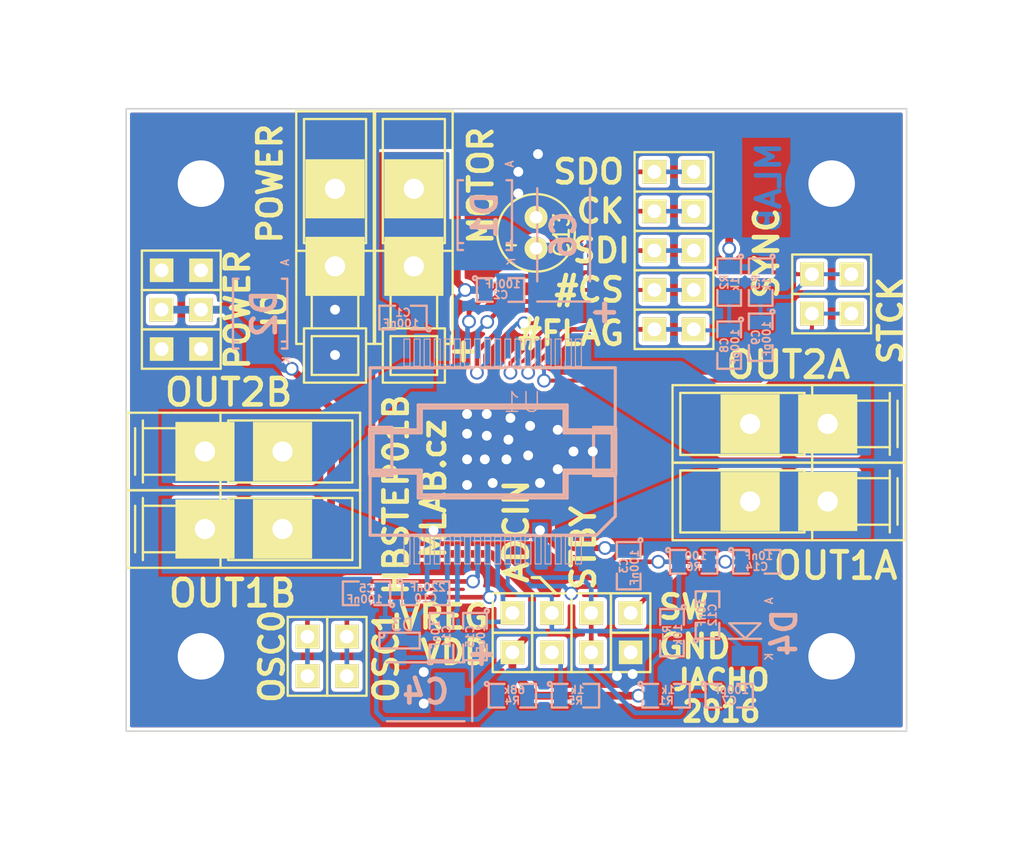
<source format=kicad_pcb>
(kicad_pcb (version 4) (host pcbnew 0.201601041403+6416~40~ubuntu15.10.1-stable)
  (layers (0 F.Cu signal) (31 B.Cu signal) (34 B.Paste user) (35 F.Paste user) (36 B.SilkS user) (37 F.SilkS user) (38 B.Mask user) (39 F.Mask user) (44 Edge.Cuts user))
  (net 0 "")
  (net 1 VSS)
  (net 2 GND)
  (net 3 VDD)
  (net 4 "Net-(C10-Pad2)")
  (net 5 "Net-(J25-Pad1)")
  (net 6 /STBY)
  (net 7 /FLAG)
  (net 8 /SYNC)
  (net 9 "Net-(C11-Pad2)")
  (net 10 /STCK)
  (net 11 /ADCIN)
  (net 12 /CS)
  (net 13 /CK)
  (net 14 /SDO)
  (net 15 /SDI)
  (net 16 /OSCI)
  (net 17 /OSCO)
  (net 18 "Net-(C11-Pad1)")
  (net 19 /1A)
  (net 20 /2A)
  (net 21 /1B)
  (net 22 /2B)
  (net 23 "Net-(C14-Pad1)")
  (net 24 "Net-(C15-Pad1)")
  (net 25 "Net-(R6-Pad1)")
  (module Mlab_Con:WAGO256 (layer F.Cu) (at 13.716 -32.766 270)
    (fp_text reference J5 hide)
    (fp_text value CONN1_1 hide)
    (pad 1 thru_hole rect (at -2.46 0) (size 3.81 3.81) (drill 1.3) (layers *.Cu *.Mask F.SilkS) (net 2 GND))
    (pad 1 thru_hole rect (at 2.54 0) (size 3.81 3.81) (drill 1.3) (layers *.Cu *.Mask F.SilkS) (net 2 GND))
  )
  (module Mlab_Con:WAGO256 (layer F.Cu) (at 18.796 -32.766 270)
    (fp_text reference J4 hide)
    (fp_text value CONN1_1 hide)
    (pad 1 thru_hole rect (at -2.46 0) (size 3.81 3.81) (drill 1.3) (layers *.Cu *.Mask F.SilkS) (net 1 VSS))
    (pad 1 thru_hole rect (at 2.54 0) (size 3.81 3.81) (drill 1.3) (layers *.Cu *.Mask F.SilkS) (net 1 VSS))
  )
  (module Mlab_R:SMD-0805 (layer B.Cu) (at 29.21 -2.54)
    (fp_text reference R5 (at 0 0.3175) (layer B.SilkS) (effects (font (size 0.50038 0.50038) (thickness 0.10922)) (justify mirror)))
    (fp_text value 1k (at 0.127 -0.381) (layer B.SilkS) (effects (font (size 0.50038 0.50038) (thickness 0.10922)) (justify mirror)))
    (pad 1 smd rect (at -0.9525 0) (size 0.889 1.397) (layers B.Cu B.Paste B.Mask) (net 5 "Net-(J25-Pad1)"))
    (pad 2 smd rect (at 0.9525 0) (size 0.889 1.397) (layers B.Cu B.Paste B.Mask) (net 2 GND))
  )
  (module Mlab_R:SMD-0805 (layer B.Cu) (at 25.146 -2.54)
    (fp_text reference R4 (at 0 0.3175) (layer B.SilkS) (effects (font (size 0.50038 0.50038) (thickness 0.10922)) (justify mirror)))
    (fp_text value 68k (at 0.127 -0.381) (layer B.SilkS) (effects (font (size 0.50038 0.50038) (thickness 0.10922)) (justify mirror)))
    (pad 1 smd rect (at -0.9525 0) (size 0.889 1.397) (layers B.Cu B.Paste B.Mask) (net 1 VSS))
    (pad 2 smd rect (at 0.9525 0) (size 0.889 1.397) (layers B.Cu B.Paste B.Mask) (net 5 "Net-(J25-Pad1)"))
  )
  (module Mlab_R:SMD-0805 (layer B.Cu) (at 41.148 -29.21 270)
    (fp_text reference R3 (at 0 0.3175 270) (layer B.SilkS) (effects (font (size 0.50038 0.50038) (thickness 0.10922)) (justify mirror)))
    (fp_text value 1k (at 0.127 -0.381 270) (layer B.SilkS) (effects (font (size 0.50038 0.50038) (thickness 0.10922)) (justify mirror)))
    (pad 1 smd rect (at -0.9525 0 270) (size 0.889 1.397) (layers B.Cu B.Paste B.Mask) (net 3 VDD))
    (pad 2 smd rect (at 0.9525 0 270) (size 0.889 1.397) (layers B.Cu B.Paste B.Mask) (net 8 /SYNC))
  )
  (module Mlab_R:SMD-0805 (layer B.Cu) (at 39.116 -29.21 270)
    (fp_text reference R2 (at 0 0.3175 270) (layer B.SilkS) (effects (font (size 0.50038 0.50038) (thickness 0.10922)) (justify mirror)))
    (fp_text value 1k (at 0.127 -0.381 270) (layer B.SilkS) (effects (font (size 0.50038 0.50038) (thickness 0.10922)) (justify mirror)))
    (pad 1 smd rect (at -0.9525 0 270) (size 0.889 1.397) (layers B.Cu B.Paste B.Mask) (net 3 VDD))
    (pad 2 smd rect (at 0.9525 0 270) (size 0.889 1.397) (layers B.Cu B.Paste B.Mask) (net 7 /FLAG))
  )
  (module Mlab_R:SMD-0805 (layer B.Cu) (at 35.052 -2.54)
    (fp_text reference R1 (at 0 0.3175) (layer B.SilkS) (effects (font (size 0.50038 0.50038) (thickness 0.10922)) (justify mirror)))
    (fp_text value 1k (at 0.127 -0.381) (layer B.SilkS) (effects (font (size 0.50038 0.50038) (thickness 0.10922)) (justify mirror)))
    (pad 1 smd rect (at -0.9525 0) (size 0.889 1.397) (layers B.Cu B.Paste B.Mask) (net 3 VDD))
    (pad 2 smd rect (at 0.9525 0) (size 0.889 1.397) (layers B.Cu B.Paste B.Mask) (net 6 /STBY))
  )
  (module Mlab_Mechanical:MountingHole_3mm (layer F.Cu) (at 45.72 -35.56)
    (fp_text reference P4 hide)
    (fp_text value sroub hide)
    (pad 1 thru_hole circle (at 0 0) (size 6 6) (drill 3) (layers *.Cu *.Adhes *.Mask) (net 2 GND) (clearance 1))
  )
  (module Mlab_Mechanical:MountingHole_3mm (layer F.Cu) (at 45.72 -5.08)
    (fp_text reference P3 hide)
    (fp_text value sroub hide)
    (pad 1 thru_hole circle (at 0 0) (size 6 6) (drill 3) (layers *.Cu *.Adhes *.Mask) (net 2 GND) (clearance 1))
  )
  (module Mlab_Mechanical:MountingHole_3mm (layer F.Cu) (at 5.08 -35.56)
    (fp_text reference P2 hide)
    (fp_text value sroub hide)
    (pad 1 thru_hole circle (at 0 0) (size 6 6) (drill 3) (layers *.Cu *.Adhes *.Mask) (net 2 GND) (clearance 1))
  )
  (module Mlab_Mechanical:MountingHole_3mm (layer F.Cu) (at 5.08 -5.08)
    (fp_text reference P1 hide)
    (fp_text value sroub hide)
    (pad 1 thru_hole circle (at 0 0) (size 6 6) (drill 3) (layers *.Cu *.Adhes *.Mask) (net 2 GND) (clearance 1))
  )
  (module Mlab_Pin_Headers:Straight_1x01 (layer F.Cu) (at 27.686 -5.334)
    (fp_text reference J25 hide)
    (fp_text value CONN1_1 hide)
    (pad 1 thru_hole rect (at 0 0) (size 1.524 1.524) (drill 0.889) (layers *.Cu *.Mask F.SilkS) (net 5 "Net-(J25-Pad1)"))
  )
  (module Mlab_Pin_Headers:Straight_1x01 (layer F.Cu) (at 27.686 -7.874)
    (fp_text reference J24 hide)
    (fp_text value CONN1_1 hide)
    (pad 1 thru_hole rect (at 0 0) (size 1.524 1.524) (drill 0.889) (layers *.Cu *.Mask F.SilkS) (net 11 /ADCIN))
  )
  (module Mlab_Pin_Headers:Straight_1x01 (layer F.Cu) (at 25.146 -7.874)
    (fp_text reference J19 hide)
    (fp_text value CONN1_1 hide)
    (pad 1 thru_hole rect (at 0 0) (size 1.524 1.524) (drill 0.889) (layers *.Cu *.Mask F.SilkS) (net 24 "Net-(C15-Pad1)"))
  )
  (module Mlab_Pin_Headers:Straight_1x01 (layer F.Cu) (at 25.146 -5.334)
    (fp_text reference J18 hide)
    (fp_text value CONN1_1 hide)
    (pad 1 thru_hole rect (at 0 0) (size 1.524 1.524) (drill 0.889) (layers *.Cu *.Mask F.SilkS) (net 3 VDD))
  )
  (module Mlab_Pin_Headers:Straight_2x01 (layer F.Cu) (at 11.938 -5.08 90)
    (fp_text reference J15 hide)
    (fp_text value JUMP_2x1 hide)
    (pad 1 thru_hole rect (at -1.27 0 90) (size 1.524 1.524) (drill 0.889) (layers *.Cu *.Mask F.SilkS) (net 17 /OSCO))
    (pad 2 thru_hole rect (at 1.27 0 90) (size 1.524 1.524) (drill 0.889) (layers *.Cu *.Mask F.SilkS) (net 17 /OSCO))
  )
  (module Mlab_Pin_Headers:Straight_2x01 (layer F.Cu) (at 14.478 -5.08 90)
    (fp_text reference J14 hide)
    (fp_text value JUMP_2x1 hide)
    (pad 1 thru_hole rect (at -1.27 0 90) (size 1.524 1.524) (drill 0.889) (layers *.Cu *.Mask F.SilkS) (net 16 /OSCI))
    (pad 2 thru_hole rect (at 1.27 0 90) (size 1.524 1.524) (drill 0.889) (layers *.Cu *.Mask F.SilkS) (net 16 /OSCI))
  )
  (module Mlab_Pin_Headers:Straight_2x01 (layer F.Cu) (at 35.56 -31.242)
    (fp_text reference J13 hide)
    (fp_text value JUMP_2x1 hide)
    (pad 1 thru_hole rect (at -1.27 0) (size 1.524 1.524) (drill 0.889) (layers *.Cu *.Mask F.SilkS) (net 15 /SDI))
    (pad 2 thru_hole rect (at 1.27 0) (size 1.524 1.524) (drill 0.889) (layers *.Cu *.Mask F.SilkS) (net 15 /SDI))
  )
  (module Mlab_Pin_Headers:Straight_2x01 (layer F.Cu) (at 35.56 -33.782)
    (fp_text reference J11 hide)
    (fp_text value JUMP_2x1 hide)
    (pad 1 thru_hole rect (at -1.27 0) (size 1.524 1.524) (drill 0.889) (layers *.Cu *.Mask F.SilkS) (net 13 /CK))
    (pad 2 thru_hole rect (at 1.27 0) (size 1.524 1.524) (drill 0.889) (layers *.Cu *.Mask F.SilkS) (net 13 /CK))
  )
  (module Mlab_Pin_Headers:Straight_2x01 (layer F.Cu) (at 35.56 -28.702)
    (fp_text reference J10 hide)
    (fp_text value JUMP_2x1 hide)
    (pad 1 thru_hole rect (at -1.27 0) (size 1.524 1.524) (drill 0.889) (layers *.Cu *.Mask F.SilkS) (net 12 /CS))
    (pad 2 thru_hole rect (at 1.27 0) (size 1.524 1.524) (drill 0.889) (layers *.Cu *.Mask F.SilkS) (net 12 /CS))
  )
  (module Mlab_Pin_Headers:Straight_2x01 (layer F.Cu) (at 30.226 -6.604 90)
    (fp_text reference J9 hide)
    (fp_text value JUMP_2x1 hide)
    (pad 1 thru_hole rect (at -1.27 0 90) (size 1.524 1.524) (drill 0.889) (layers *.Cu *.Mask F.SilkS) (net 6 /STBY))
    (pad 2 thru_hole rect (at 1.27 0 90) (size 1.524 1.524) (drill 0.889) (layers *.Cu *.Mask F.SilkS) (net 6 /STBY))
  )
  (module Mlab_Pin_Headers:Straight_2x01 (layer F.Cu) (at 45.72 -27.178)
    (fp_text reference J8 hide)
    (fp_text value JUMP_2x1 hide)
    (pad 1 thru_hole rect (at -1.27 0) (size 1.524 1.524) (drill 0.889) (layers *.Cu *.Mask F.SilkS) (net 10 /STCK))
    (pad 2 thru_hole rect (at 1.27 0) (size 1.524 1.524) (drill 0.889) (layers *.Cu *.Mask F.SilkS) (net 10 /STCK))
  )
  (module Mlab_Pin_Headers:Straight_2x01 (layer F.Cu) (at 45.72 -29.718)
    (fp_text reference J7 hide)
    (fp_text value JUMP_2x1 hide)
    (pad 1 thru_hole rect (at -1.27 0) (size 1.524 1.524) (drill 0.889) (layers *.Cu *.Mask F.SilkS) (net 8 /SYNC))
    (pad 2 thru_hole rect (at 1.27 0) (size 1.524 1.524) (drill 0.889) (layers *.Cu *.Mask F.SilkS) (net 8 /SYNC))
  )
  (module Mlab_Pin_Headers:Straight_2x01 (layer F.Cu) (at 35.56 -26.162)
    (fp_text reference J6 hide)
    (fp_text value JUMP_2x1 hide)
    (pad 1 thru_hole rect (at -1.27 0) (size 1.524 1.524) (drill 0.889) (layers *.Cu *.Mask F.SilkS) (net 7 /FLAG))
    (pad 2 thru_hole rect (at 1.27 0) (size 1.524 1.524) (drill 0.889) (layers *.Cu *.Mask F.SilkS) (net 7 /FLAG))
  )
  (module Mlab_Pin_Headers:Straight_2x01 (layer F.Cu) (at 3.81 -29.972)
    (fp_text reference J3 hide)
    (fp_text value JUMP_2x1 hide)
    (pad 1 thru_hole rect (at -1.27 0) (size 1.524 1.524) (drill 0.889) (layers *.Cu *.Mask F.SilkS) (net 2 GND))
    (pad 2 thru_hole rect (at 1.27 0) (size 1.524 1.524) (drill 0.889) (layers *.Cu *.Mask F.SilkS) (net 2 GND))
  )
  (module Mlab_Pin_Headers:Straight_2x01 (layer F.Cu) (at 3.81 -27.432)
    (fp_text reference J2 hide)
    (fp_text value JUMP_2x1 hide)
    (pad 1 thru_hole rect (at -1.27 0) (size 1.524 1.524) (drill 0.889) (layers *.Cu *.Mask F.SilkS) (net 3 VDD))
    (pad 2 thru_hole rect (at 1.27 0) (size 1.524 1.524) (drill 0.889) (layers *.Cu *.Mask F.SilkS) (net 3 VDD))
  )
  (module Mlab_Pin_Headers:Straight_2x01 (layer F.Cu) (at 3.81 -24.892)
    (fp_text reference J1 hide)
    (fp_text value JUMP_2x1 hide)
    (pad 1 thru_hole rect (at -1.27 0) (size 1.524 1.524) (drill 0.889) (layers *.Cu *.Mask F.SilkS) (net 2 GND))
    (pad 2 thru_hole rect (at 1.27 0) (size 1.524 1.524) (drill 0.889) (layers *.Cu *.Mask F.SilkS) (net 2 GND))
  )
  (module Mlab_D:MiniMELF_Standard (layer B.Cu) (at 40.132 -6.858 270)
    (fp_text reference D4 (at 0.254 -2.54 270) (layer B.SilkS) (effects (font (thickness 0.3048)) (justify mirror)))
    (fp_text value BZV55C-3,6V hide)
    (fp_text user A (at -1.80086 -1.5494 270) (layer B.SilkS) (effects (font (size 0.50038 0.50038) (thickness 0.09906)) (justify mirror)))
    (fp_text user K (at 1.80086 -1.5494 270) (layer B.SilkS) (effects (font (size 0.50038 0.50038) (thickness 0.09906)) (justify mirror)))
    (pad 1 smd rect (at -1.75006 0 270) (size 1.30048 1.69926) (layers B.Cu B.Paste B.Mask) (net 2 GND))
    (pad 2 smd rect (at 1.75006 0 270) (size 1.30048 1.69926) (layers B.Cu B.Paste B.Mask) (net 11 /ADCIN))
  )
  (module Mlab_D:SMA_Standard (layer B.Cu) (at 8.89 -27.178 270)
    (fp_text reference D2 (at 0 -0.254 270) (layer B.SilkS) (effects (font (thickness 0.3048)) (justify mirror)))
    (fp_text value M4 hide)
    (fp_text user A (at -3.29946 -1.6002 270) (layer B.SilkS) (effects (font (size 0.50038 0.50038) (thickness 0.09906)) (justify mirror)))
    (fp_text user K (at 2.99974 -1.69926 270) (layer B.SilkS) (effects (font (size 0.50038 0.50038) (thickness 0.09906)) (justify mirror)))
    (pad 1 smd rect (at -1.99898 0 270) (size 2.49936 1.80086) (layers B.Cu B.Paste B.Mask) (net 2 GND))
    (pad 2 smd rect (at 1.99898 0 270) (size 2.49936 1.80086) (layers B.Cu B.Paste B.Mask) (net 3 VDD))
  )
  (module Mlab_D:SMA_Standard (layer B.Cu) (at 23.368 -33.528 270)
    (fp_text reference D1 (at 0 0 270) (layer B.SilkS) (effects (font (thickness 0.3048)) (justify mirror)))
    (fp_text value M4 hide)
    (fp_text user A (at -3.29946 -1.6002 270) (layer B.SilkS) (effects (font (size 0.50038 0.50038) (thickness 0.09906)) (justify mirror)))
    (fp_text user K (at 2.99974 -1.69926 270) (layer B.SilkS) (effects (font (size 0.50038 0.50038) (thickness 0.09906)) (justify mirror)))
    (pad 1 smd rect (at -1.99898 0 270) (size 2.49936 1.80086) (layers B.Cu B.Paste B.Mask) (net 2 GND))
    (pad 2 smd rect (at 1.99898 0 270) (size 2.49936 1.80086) (layers B.Cu B.Paste B.Mask) (net 1 VSS))
  )
  (module Mlab_R:SMD-0805 (layer B.Cu) (at 37.719 -7.747 90)
    (fp_text reference C12 (at 0 0.3175 90) (layer B.SilkS) (effects (font (size 0.50038 0.50038) (thickness 0.10922)) (justify mirror)))
    (fp_text value 10nF (at 0.127 -0.381 90) (layer B.SilkS) (effects (font (size 0.50038 0.50038) (thickness 0.10922)) (justify mirror)))
    (pad 1 smd rect (at -0.9525 0 90) (size 0.889 1.397) (layers B.Cu B.Paste B.Mask) (net 11 /ADCIN))
    (pad 2 smd rect (at 0.9525 0 90) (size 0.889 1.397) (layers B.Cu B.Paste B.Mask) (net 2 GND))
  )
  (module Mlab_R:SMD-0805 (layer B.Cu) (at 20.574 -6.35 90)
    (fp_text reference C11 (at 0 0.3175 90) (layer B.SilkS) (effects (font (size 0.50038 0.50038) (thickness 0.10922)) (justify mirror)))
    (fp_text value 10nF (at 0.127 -0.381 90) (layer B.SilkS) (effects (font (size 0.50038 0.50038) (thickness 0.10922)) (justify mirror)))
    (pad 1 smd rect (at -0.9525 0 90) (size 0.889 1.397) (layers B.Cu B.Paste B.Mask) (net 18 "Net-(C11-Pad1)"))
    (pad 2 smd rect (at 0.9525 0 90) (size 0.889 1.397) (layers B.Cu B.Paste B.Mask) (net 9 "Net-(C11-Pad2)"))
  )
  (module Mlab_R:SMD-0805 (layer B.Cu) (at 19.558 -9.144)
    (fp_text reference C10 (at 0 0.3175) (layer B.SilkS) (effects (font (size 0.50038 0.50038) (thickness 0.10922)) (justify mirror)))
    (fp_text value 220nF (at 0.127 -0.381) (layer B.SilkS) (effects (font (size 0.50038 0.50038) (thickness 0.10922)) (justify mirror)))
    (pad 1 smd rect (at -0.9525 0) (size 0.889 1.397) (layers B.Cu B.Paste B.Mask) (net 1 VSS))
    (pad 2 smd rect (at 0.9525 0) (size 0.889 1.397) (layers B.Cu B.Paste B.Mask) (net 4 "Net-(C10-Pad2)"))
  )
  (module Mlab_R:SMD-0805 (layer B.Cu) (at 41.148 -25.654 270)
    (fp_text reference C9 (at 0 0.3175 270) (layer B.SilkS) (effects (font (size 0.50038 0.50038) (thickness 0.10922)) (justify mirror)))
    (fp_text value 100pF (at 0.127 -0.381 270) (layer B.SilkS) (effects (font (size 0.50038 0.50038) (thickness 0.10922)) (justify mirror)))
    (pad 1 smd rect (at -0.9525 0 270) (size 0.889 1.397) (layers B.Cu B.Paste B.Mask) (net 8 /SYNC))
    (pad 2 smd rect (at 0.9525 0 270) (size 0.889 1.397) (layers B.Cu B.Paste B.Mask) (net 2 GND))
  )
  (module Mlab_R:SMD-0805 (layer B.Cu) (at 39.116 -25.146 270)
    (fp_text reference C8 (at 0 0.3175 270) (layer B.SilkS) (effects (font (size 0.50038 0.50038) (thickness 0.10922)) (justify mirror)))
    (fp_text value 100pF (at 0.127 -0.381 270) (layer B.SilkS) (effects (font (size 0.50038 0.50038) (thickness 0.10922)) (justify mirror)))
    (pad 1 smd rect (at -0.9525 0 270) (size 0.889 1.397) (layers B.Cu B.Paste B.Mask) (net 7 /FLAG))
    (pad 2 smd rect (at 0.9525 0 270) (size 0.889 1.397) (layers B.Cu B.Paste B.Mask) (net 2 GND))
  )
  (module Mlab_R:SMD-0805 (layer B.Cu) (at 39.116 -2.54)
    (fp_text reference C7 (at 0 0.3175) (layer B.SilkS) (effects (font (size 0.50038 0.50038) (thickness 0.10922)) (justify mirror)))
    (fp_text value 100pF (at 0.127 -0.381) (layer B.SilkS) (effects (font (size 0.50038 0.50038) (thickness 0.10922)) (justify mirror)))
    (pad 1 smd rect (at -0.9525 0) (size 0.889 1.397) (layers B.Cu B.Paste B.Mask) (net 6 /STBY))
    (pad 2 smd rect (at 0.9525 0) (size 0.889 1.397) (layers B.Cu B.Paste B.Mask) (net 2 GND))
  )
  (module Mlab_C:TantalC_SizeC_Reflow (layer B.Cu) (at 28.448 -32.258 90)
    (fp_text reference C6 (at 0 0 90) (layer B.SilkS) (effects (font (thickness 0.3048)) (justify mirror)))
    (fp_text value 22-47uF/20V hide)
    (fp_text user + (at -4.99872 2.55016 90) (layer B.SilkS) (effects (font (thickness 0.3048)) (justify mirror)))
    (pad 2 smd rect (at 2.52476 0 90) (size 2.55016 2.49936) (layers B.Cu B.Paste B.Mask) (net 2 GND))
    (pad 1 smd rect (at -2.52476 0 90) (size 2.55016 2.49936) (layers B.Cu B.Paste B.Mask) (net 1 VSS))
  )
  (module Mlab_R:SMD-0805 (layer B.Cu) (at 15.748 -9.144 180)
    (fp_text reference C5 (at 0 0.3175 180) (layer B.SilkS) (effects (font (size 0.50038 0.50038) (thickness 0.10922)) (justify mirror)))
    (fp_text value 100nF (at 0.127 -0.381 180) (layer B.SilkS) (effects (font (size 0.50038 0.50038) (thickness 0.10922)) (justify mirror)))
    (pad 1 smd rect (at -0.9525 0 180) (size 0.889 1.397) (layers B.Cu B.Paste B.Mask) (net 1 VSS))
    (pad 2 smd rect (at 0.9525 0 180) (size 0.889 1.397) (layers B.Cu B.Paste B.Mask) (net 2 GND))
  )
  (module Mlab_C:TantalC_SizeB_Reflow (layer B.Cu) (at 19.558 -2.794 180)
    (fp_text reference C4 (at 0 0 180) (layer B.SilkS) (effects (font (thickness 0.3048)) (justify mirror)))
    (fp_text value 10uF hide)
    (fp_text user + (at -3.59918 2.49936 180) (layer B.SilkS) (effects (font (thickness 0.3048)) (justify mirror)))
    (pad 2 smd rect (at 1.5494 0 180) (size 1.95072 2.49936) (layers B.Cu B.Paste B.Mask) (net 2 GND))
    (pad 1 smd rect (at -1.5494 0 180) (size 1.95072 2.49936) (layers B.Cu B.Paste B.Mask) (net 3 VDD))
  )
  (module Mlab_R:SMD-0805 (layer B.Cu) (at 32.639 -10.922 270)
    (fp_text reference C3 (at 0 0.3175 270) (layer B.SilkS) (effects (font (size 0.50038 0.50038) (thickness 0.10922)) (justify mirror)))
    (fp_text value 100nF (at 0.127 -0.381 270) (layer B.SilkS) (effects (font (size 0.50038 0.50038) (thickness 0.10922)) (justify mirror)))
    (pad 1 smd rect (at -0.9525 0 270) (size 0.889 1.397) (layers B.Cu B.Paste B.Mask) (net 1 VSS))
    (pad 2 smd rect (at 0.9525 0 270) (size 0.889 1.397) (layers B.Cu B.Paste B.Mask) (net 2 GND))
  )
  (module Mlab_R:SMD-0805 (layer B.Cu) (at 24.384 -28.702)
    (fp_text reference C2 (at 0 0.3175) (layer B.SilkS) (effects (font (size 0.50038 0.50038) (thickness 0.10922)) (justify mirror)))
    (fp_text value 100nF (at 0.127 -0.381) (layer B.SilkS) (effects (font (size 0.50038 0.50038) (thickness 0.10922)) (justify mirror)))
    (pad 1 smd rect (at -0.9525 0) (size 0.889 1.397) (layers B.Cu B.Paste B.Mask) (net 3 VDD))
    (pad 2 smd rect (at 0.9525 0) (size 0.889 1.397) (layers B.Cu B.Paste B.Mask) (net 2 GND))
  )
  (module Mlab_R:SMD-0805 (layer B.Cu) (at 18.0975 -26.924 180)
    (fp_text reference C1 (at 0 0.3175 180) (layer B.SilkS) (effects (font (size 0.50038 0.50038) (thickness 0.10922)) (justify mirror)))
    (fp_text value 100nF (at 0.127 -0.381 180) (layer B.SilkS) (effects (font (size 0.50038 0.50038) (thickness 0.10922)) (justify mirror)))
    (pad 1 smd rect (at -0.9525 0 180) (size 0.889 1.397) (layers B.Cu B.Paste B.Mask) (net 1 VSS))
    (pad 2 smd rect (at 0.9525 0 180) (size 0.889 1.397) (layers B.Cu B.Paste B.Mask) (net 2 GND))
  )
  (module Mlab_IO:POWERSO36 (layer B.Cu) (at 23.876 -18.288 180)
    (fp_text reference U1 (at -1.905 3.175 180) (layer B.SilkS) (effects (font (size 1.27 1.27) (thickness 0.0889)) (justify mirror)))
    (fp_text value L6470 hide)
    (pad 1 smd rect (at -5.5245 -6.69798 180) (size 0.39878 1.39954) (layers B.Cu B.Paste B.Mask) (net 2 GND))
    (pad 2 smd rect (at -4.87426 -6.69798 180) (size 0.39878 1.39954) (layers B.Cu B.Paste B.Mask) (net 19 /1A))
    (pad 3 smd rect (at -4.22402 -6.69798 180) (size 0.39878 1.39954) (layers B.Cu B.Paste B.Mask) (net 19 /1A))
    (pad 4 smd rect (at -3.57378 -6.69798 180) (size 0.39878 1.39954) (layers B.Cu B.Paste B.Mask) (net 1 VSS))
    (pad 5 smd rect (at -2.92354 -6.69798 180) (size 0.39878 1.39954) (layers B.Cu B.Paste B.Mask) (net 1 VSS))
    (pad 6 smd rect (at -2.2733 -6.69798 180) (size 0.39878 1.39954) (layers B.Cu B.Paste B.Mask) (net 6 /STBY))
    (pad 7 smd rect (at -1.62306 -6.69798 180) (size 0.39878 1.39954) (layers B.Cu B.Paste B.Mask) (net 25 "Net-(R6-Pad1)"))
    (pad 8 smd rect (at -0.97282 -6.69798 180) (size 0.39878 1.39954) (layers B.Cu B.Paste B.Mask) (net 11 /ADCIN))
    (pad 9 smd rect (at -0.32258 -6.69798 180) (size 0.39878 1.39954) (layers B.Cu B.Paste B.Mask) (net 24 "Net-(C15-Pad1)"))
    (pad 10 smd rect (at 0.32258 -6.69798 180) (size 0.39878 1.39954) (layers B.Cu B.Paste B.Mask) (net 16 /OSCI))
    (pad 11 smd rect (at 0.97282 -6.69798 180) (size 0.39878 1.39954) (layers B.Cu B.Paste B.Mask) (net 17 /OSCO))
    (pad 12 smd rect (at 1.62306 -6.69798 180) (size 0.39878 1.39954) (layers B.Cu B.Paste B.Mask) (net 2 GND))
    (pad 13 smd rect (at 2.2733 -6.69798 180) (size 0.39878 1.39954) (layers B.Cu B.Paste B.Mask) (net 9 "Net-(C11-Pad2)"))
    (pad 14 smd rect (at 2.92354 -6.69798 180) (size 0.39878 1.39954) (layers B.Cu B.Paste B.Mask) (net 4 "Net-(C10-Pad2)"))
    (pad 15 smd rect (at 3.57378 -6.69798 180) (size 0.39878 1.39954) (layers B.Cu B.Paste B.Mask) (net 1 VSS))
    (pad 16 smd rect (at 4.22402 -6.69798 180) (size 0.39878 1.39954) (layers B.Cu B.Paste B.Mask) (net 1 VSS))
    (pad 17 smd rect (at 4.87426 -6.69798 180) (size 0.39878 1.39954) (layers B.Cu B.Paste B.Mask) (net 21 /1B))
    (pad 18 smd rect (at 5.5245 -6.69798 180) (size 0.39878 1.39954) (layers B.Cu B.Paste B.Mask) (net 21 /1B))
    (pad 19 smd rect (at 5.5245 6.69798 180) (size 0.39878 1.39954) (layers B.Cu B.Paste B.Mask) (net 2 GND))
    (pad 20 smd rect (at 4.87426 6.69798 180) (size 0.39878 1.39954) (layers B.Cu B.Paste B.Mask) (net 22 /2B))
    (pad 21 smd rect (at 4.22402 6.69798 180) (size 0.39878 1.39954) (layers B.Cu B.Paste B.Mask) (net 22 /2B))
    (pad 22 smd rect (at 3.57378 6.69798 180) (size 0.39878 1.39954) (layers B.Cu B.Paste B.Mask) (net 1 VSS))
    (pad 23 smd rect (at 2.92354 6.69798 180) (size 0.39878 1.39954) (layers B.Cu B.Paste B.Mask) (net 1 VSS))
    (pad 24 smd rect (at 2.2733 6.69798 180) (size 0.39878 1.39954) (layers B.Cu B.Paste B.Mask) (net 3 VDD))
    (pad 25 smd rect (at 1.62306 6.69798 180) (size 0.39878 1.39954) (layers B.Cu B.Paste B.Mask) (net 14 /SDO))
    (pad 26 smd rect (at 0.97282 6.69798 180) (size 0.39878 1.39954) (layers B.Cu B.Paste B.Mask) (net 13 /CK))
    (pad 27 smd rect (at 0.32258 6.69798 180) (size 0.39878 1.39954) (layers B.Cu B.Paste B.Mask) (net 15 /SDI))
    (pad 28 smd rect (at -0.32258 6.69798 180) (size 0.39878 1.39954) (layers B.Cu B.Paste B.Mask) (net 2 GND))
    (pad 29 smd rect (at -0.97282 6.69798 180) (size 0.39878 1.39954) (layers B.Cu B.Paste B.Mask) (net 8 /SYNC))
    (pad 30 smd rect (at -1.62306 6.69798 180) (size 0.39878 1.39954) (layers B.Cu B.Paste B.Mask) (net 12 /CS))
    (pad 31 smd rect (at -2.2733 6.69798 180) (size 0.39878 1.39954) (layers B.Cu B.Paste B.Mask) (net 7 /FLAG))
    (pad 32 smd rect (at -2.92354 6.69798 180) (size 0.39878 1.39954) (layers B.Cu B.Paste B.Mask) (net 10 /STCK))
    (pad 33 smd rect (at -3.57378 6.69798 180) (size 0.39878 1.39954) (layers B.Cu B.Paste B.Mask) (net 1 VSS))
    (pad 34 smd rect (at -4.22402 6.69798 180) (size 0.39878 1.39954) (layers B.Cu B.Paste B.Mask) (net 1 VSS))
    (pad 35 smd rect (at -4.87426 6.69798 180) (size 0.39878 1.39954) (layers B.Cu B.Paste B.Mask) (net 20 /2A))
    (pad 36 smd rect (at -5.5245 6.69798 180) (size 0.39878 1.39954) (layers B.Cu B.Paste B.Mask) (net 20 /2A))
    (pad 51 smd rect (at 0 0 180) (size 9.79932 6.1976) (layers B.Cu B.Paste B.Mask) (net 2 GND))
    (pad 50 smd rect (at -6.44906 0 180) (size 3.0988 2.89814) (layers B.Cu B.Paste B.Mask) (net 2 GND))
    (pad 52 smd rect (at 6.44906 0 180) (size 3.0988 2.89814) (layers B.Cu B.Paste B.Mask) (net 2 GND))
  )
  (module Mlab_IO:SOT-23 (layer B.Cu) (at 17.907 -6.096)
    (fp_text reference D3 (at 0.127 -1.016) (layer B.SilkS) (effects (font (size 0.762 0.762) (thickness 0.11938)) (justify mirror)))
    (fp_text value BAS70-04 hide)
    (pad 3 smd rect (at 0 1.09982) (size 0.8001 1.00076) (layers B.Cu B.Paste B.Mask) (net 18 "Net-(C11-Pad1)"))
    (pad 2 smd rect (at 0.9525 -1.09982) (size 0.8001 1.00076) (layers B.Cu B.Paste B.Mask) (net 4 "Net-(C10-Pad2)"))
    (pad 1 smd rect (at -0.9525 -1.09982) (size 0.8001 1.00076) (layers B.Cu B.Paste B.Mask) (net 1 VSS))
  )
  (module Capacitors_Elko_ThroughHole:Elko_vert_11x5mm_RM2_CopperClear (layer F.Cu) (at 26.67 -31.369 90)
    (fp_text reference C13 (at 0.889 1.651 270) (layer F.SilkS))
    (fp_text value 100uF/50V hide)
    (pad 1 thru_hole circle (at 0.01524 0 90) (size 1.48082 1.48082) (drill 0.8001) (layers *.Cu *.Mask F.SilkS) (net 1 VSS))
    (pad 2 thru_hole circle (at 2.01676 0 90) (size 1.48082 1.48082) (drill 0.8001) (layers *.Cu *.Mask F.SilkS) (net 2 GND))
  )
  (module Mlab_Pin_Headers:Straight_2x01 (layer F.Cu) (at 35.56 -36.322)
    (fp_text reference J12 hide)
    (fp_text value JUMP_2x1 hide)
    (pad 1 thru_hole rect (at -1.27 0) (size 1.524 1.524) (drill 0.889) (layers *.Cu *.Mask F.SilkS) (net 14 /SDO))
    (pad 2 thru_hole rect (at 1.27 0) (size 1.524 1.524) (drill 0.889) (layers *.Cu *.Mask F.SilkS) (net 14 /SDO))
  )
  (module Mlab_Con:WAGO256_2 (layer F.Cu) (at 7.874 -18.288 180)
    (fp_text reference J23 hide)
    (fp_text value CONN1_1 hide)
    (pad 1 thru_hole rect (at -2.46 0 270) (size 3.81 3.81) (drill 1.3) (layers *.Cu *.Mask F.SilkS) (net 22 /2B))
    (pad 1 thru_hole rect (at 2.54 0 270) (size 3.81 3.81) (drill 1.3) (layers *.Cu *.Mask F.SilkS) (net 22 /2B))
  )
  (module Mlab_Con:WAGO256_2 (layer F.Cu) (at 7.874 -13.288 180)
    (fp_text reference J22 hide)
    (fp_text value CONN1_1 hide)
    (pad 1 thru_hole rect (at -2.46 0 270) (size 3.81 3.81) (drill 1.3) (layers *.Cu *.Mask F.SilkS) (net 21 /1B))
    (pad 1 thru_hole rect (at 2.54 0 270) (size 3.81 3.81) (drill 1.3) (layers *.Cu *.Mask F.SilkS) (net 21 /1B))
  )
  (module Mlab_Con:WAGO256_2 (layer F.Cu) (at 42.926 -20.066)
    (fp_text reference J21 hide)
    (fp_text value CONN1_1 hide)
    (pad 1 thru_hole rect (at -2.46 0 90) (size 3.81 3.81) (drill 1.3) (layers *.Cu *.Mask F.SilkS) (net 20 /2A))
    (pad 1 thru_hole rect (at 2.54 0 90) (size 3.81 3.81) (drill 1.3) (layers *.Cu *.Mask F.SilkS) (net 20 /2A))
  )
  (module Mlab_Con:WAGO256_2 (layer F.Cu) (at 42.926 -15.066)
    (fp_text reference J20 hide)
    (fp_text value CONN1_1 hide)
    (pad 1 thru_hole rect (at -2.46 0 90) (size 3.81 3.81) (drill 1.3) (layers *.Cu *.Mask F.SilkS) (net 19 /1A))
    (pad 1 thru_hole rect (at 2.54 0 90) (size 3.81 3.81) (drill 1.3) (layers *.Cu *.Mask F.SilkS) (net 19 /1A))
  )
  (module Mlab_R:SMD-0805 (layer B.Cu) (at 40.894 -11.176)
    (fp_text reference C14 (at 0 0.3175) (layer B.SilkS) (effects (font (size 0.50038 0.50038) (thickness 0.10922)) (justify mirror)))
    (fp_text value 10nF (at 0.127 -0.381) (layer B.SilkS) (effects (font (size 0.50038 0.50038) (thickness 0.10922)) (justify mirror)))
    (pad 1 smd rect (at -0.9525 0) (size 0.889 1.397) (layers B.Cu B.Paste B.Mask) (net 23 "Net-(C14-Pad1)"))
    (pad 2 smd rect (at 0.9525 0) (size 0.889 1.397) (layers B.Cu B.Paste B.Mask) (net 2 GND))
  )
  (module Mlab_Pin_Headers:Straight_1x01 (layer F.Cu) (at 32.766 -5.334)
    (fp_text reference J27 hide)
    (fp_text value CONN1_1 hide)
    (pad 1 thru_hole rect (at 0 0) (size 1.524 1.524) (drill 0.889) (layers *.Cu *.Mask F.SilkS) (net 2 GND))
  )
  (module Mlab_R:SMD-0805 (layer B.Cu) (at 36.83 -11.176)
    (fp_text reference R6 (at 0 0.3175) (layer B.SilkS) (effects (font (size 0.50038 0.50038) (thickness 0.10922)) (justify mirror)))
    (fp_text value 100 (at 0.127 -0.381) (layer B.SilkS) (effects (font (size 0.50038 0.50038) (thickness 0.10922)) (justify mirror)))
    (pad 1 smd rect (at -0.9525 0) (size 0.889 1.397) (layers B.Cu B.Paste B.Mask) (net 25 "Net-(R6-Pad1)"))
    (pad 2 smd rect (at 0.9525 0) (size 0.889 1.397) (layers B.Cu B.Paste B.Mask) (net 23 "Net-(C14-Pad1)"))
  )
  (module Mlab_Pin_Headers:Straight_1x01 (layer F.Cu) (at 32.766 -7.874)
    (fp_text reference J26 hide)
    (fp_text value CONN1_1 hide)
    (pad 1 thru_hole rect (at 0 0) (size 1.524 1.524) (drill 0.889) (layers *.Cu *.Mask F.SilkS) (net 23 "Net-(C14-Pad1)"))
  )
  (module Mlab_R:SMD-0805 (layer B.Cu) (at 35.433 -6.604 270)
    (fp_text reference R7 (at 0 0.3175 270) (layer B.SilkS) (effects (font (size 0.50038 0.50038) (thickness 0.10922)) (justify mirror)))
    (fp_text value 10k (at 0.127 -0.381 270) (layer B.SilkS) (effects (font (size 0.50038 0.50038) (thickness 0.10922)) (justify mirror)))
    (pad 1 smd rect (at -0.9525 0 270) (size 0.889 1.397) (layers B.Cu B.Paste B.Mask) (net 25 "Net-(R6-Pad1)"))
    (pad 2 smd rect (at 0.9525 0 270) (size 0.889 1.397) (layers B.Cu B.Paste B.Mask) (net 3 VDD))
  )
  (module Mlab_R:SMD-0805 (layer B.Cu) (at 22.733 -6.35 270)
    (fp_text reference C15 (at 0 0.3175 270) (layer B.SilkS) (effects (font (size 0.50038 0.50038) (thickness 0.10922)) (justify mirror)))
    (fp_text value 10uF (at 0.127 -0.381 270) (layer B.SilkS) (effects (font (size 0.50038 0.50038) (thickness 0.10922)) (justify mirror)))
    (pad 1 smd rect (at -0.9525 0 270) (size 0.889 1.397) (layers B.Cu B.Paste B.Mask) (net 24 "Net-(C15-Pad1)"))
    (pad 2 smd rect (at 0.9525 0 270) (size 0.889 1.397) (layers B.Cu B.Paste B.Mask) (net 2 GND))
  )
  (gr_line (start 26.924 -10.16) (end 26.416 -10.16) (angle 90) (layer F.SilkS) (width 0.2))
  (gr_line (start 27.94 -9.144) (end 26.924 -10.16) (angle 90) (layer F.SilkS) (width 0.2))
  (gr_text GND (at 34.417 -5.715) (layer F.SilkS) (effects (font (size 1.5 1.5) (thickness 0.3)) (justify left)))
  (gr_text SW (at 34.417 -8.255) (layer F.SilkS) (effects (font (size 1.5 1.5) (thickness 0.3)) (justify left)))
  (gr_text CK (at 32.512 -33.782) (layer F.SilkS) (effects (font (size 1.5 1.5) (thickness 0.3)) (justify right)))
  (gr_text OSC1 (at 17.018 -5.08 90) (layer F.SilkS) (effects (font (size 1.5 1.5) (thickness 0.3))))
  (gr_text OSC0 (at 9.652 -5.08 90) (layer F.SilkS) (effects (font (size 1.5 1.5) (thickness 0.3))))
  (gr_text MLAB (at 41.656 -35.306 90) (layer B.Cu) (effects (font (size 1.5 1.5) (thickness 0.3)) (justify mirror)))
  (gr_text JACHO (at 38.608 -3.556) (layer F.SilkS) (effects (font (size 1.3 1.3) (thickness 0.3))))
  (gr_text 2016 (at 38.608 -1.524) (layer F.SilkS) (effects (font (size 1.3 1.3) (thickness 0.3))))
  (gr_text HBSTEP01B (at 17.653 -15.494 90) (layer F.SilkS) (effects (font (size 1.5 1.5) (thickness 0.3))))
  (gr_text MLAB.cz (at 20.066 -15.875 90) (layer F.SilkS) (effects (font (size 1.5 1.5) (thickness 0.3))))
  (gr_text STBY (at 29.718 -12.065 90) (layer F.SilkS) (effects (font (size 1.5 1.5) (thickness 0.3))))
  (gr_text ADCIN (at 25.4 -9.652 90) (layer F.SilkS) (effects (font (size 1.5 1.5) (thickness 0.3)) (justify left)))
  (gr_text VREG (at 23.749 -7.62) (layer F.SilkS) (effects (font (size 1.5 1.5) (thickness 0.3)) (justify right)))
  (gr_text VDD (at 23.749 -5.334) (layer F.SilkS) (effects (font (size 1.5 1.5) (thickness 0.3)) (justify right)))
  (gr_text "#FLAG" (at 32.512 -25.908) (layer F.SilkS) (effects (font (size 1.5 1.5) (thickness 0.3)) (justify right)))
  (gr_text SYNC (at 41.529 -34.163 90) (layer F.SilkS) (effects (font (size 1.5 1.5) (thickness 0.3)) (justify right)))
  (gr_text SDI (at 32.893 -31.242) (layer F.SilkS) (effects (font (size 1.5 1.5) (thickness 0.3)) (justify right)))
  (gr_text SDO (at 32.512 -36.322) (layer F.SilkS) (effects (font (size 1.5 1.5) (thickness 0.3)) (justify right)))
  (gr_text STCK (at 49.53 -29.718 90) (layer F.SilkS) (effects (font (size 1.5 1.5) (thickness 0.3)) (justify right)))
  (gr_text "#CS" (at 32.512 -28.702) (layer F.SilkS) (effects (font (size 1.5 1.5) (thickness 0.3)) (justify right)))
  (gr_text MOTOR (at 23.114 -35.433 90) (layer F.SilkS) (effects (font (size 1.5 1.5) (thickness 0.3))))
  (gr_text POWER (at 9.525 -35.56 90) (layer F.SilkS) (effects (font (size 1.5 1.5) (thickness 0.3))))
  (gr_text "POWER\nIO\n" (at 8.636 -27.432 90) (layer F.SilkS) (effects (font (size 1.5 1.5) (thickness 0.3))))
  (gr_text + (at 21.9964 -24.8412) (layer F.SilkS) (effects (font (size 1.5 1.5) (thickness 0.3)) (justify mirror)))
  (gr_text OUT1B (at 7.112 -9.144) (layer F.SilkS) (effects (font (size 1.7 1.7) (thickness 0.3))))
  (gr_text OUT2B (at 6.858 -22.098) (layer F.SilkS) (effects (font (size 1.7 1.7) (thickness 0.3))))
  (gr_text OUT2A (at 42.926 -23.876) (layer F.SilkS) (effects (font (size 1.7 1.7) (thickness 0.3))))
  (gr_text OUT1A (at 45.974 -10.922) (layer F.SilkS) (effects (font (size 1.7 1.7) (thickness 0.3))))
  (gr_line (start 50.546 -40.386) (end 0.254 -40.386) (angle 90) (layer Edge.Cuts) (width 0.1))
  (gr_line (start 50.546 -0.254) (end 50.546 -40.386) (angle 90) (layer Edge.Cuts) (width 0.1))
  (gr_line (start 0.254 -0.254) (end 50.546 -0.254) (angle 90) (layer Edge.Cuts) (width 0.1))
  (gr_line (start 0.254 -0.254) (end 0.254 -40.386) (angle 90) (layer Edge.Cuts) (width 0.1))
  (segment (start 19.05 -26.924) (end 19.05 -29.972) (width 0.254) (layer B.Cu) (net 1))
  (segment (start 19.05 -29.972) (end 18.796 -30.226) (width 0.254) (layer B.Cu) (net 1))
  (segment (start 27.44978 -24.98598) (end 28.10002 -24.98598) (width 0.254) (layer B.Cu) (net 1))
  (segment (start 19.65198 -11.59002) (end 20.30222 -11.59002) (width 0.254) (layer B.Cu) (net 1))
  (segment (start 26.79954 -11.59002) (end 27.44978 -11.59002) (width 0.254) (layer B.Cu) (net 1))
  (segment (start 18.796 -30.226) (end 22.06498 -30.226) (width 0.3) (layer B.Cu) (net 1))
  (segment (start 22.06498 -30.226) (end 23.368 -31.52902) (width 0.3) (layer B.Cu) (net 1))
  (segment (start 20.30222 -24.98598) (end 20.95246 -24.98598) (width 0.254) (layer B.Cu) (net 1))
  (segment (start 20.30222 -11.59002) (end 20.30222 -12.97178) (width 0.254) (layer B.Cu) (net 1))
  (segment (start 20.30222 -12.97178) (end 20.066 -13.208) (width 0.254) (layer B.Cu) (net 1))
  (via (at 20.066 -13.208) (size 0.889) (drill 0.635) (layers F.Cu B.Cu) (net 1))
  (segment (start 16.7005 -9.144) (end 18.6055 -9.144) (width 0.3) (layer B.Cu) (net 1))
  (segment (start 19.35 -9.144) (end 18.6055 -9.144) (width 0.3) (layer B.Cu) (net 1))
  (segment (start 19.65198 -9.44598) (end 19.35 -9.144) (width 0.3) (layer B.Cu) (net 1))
  (segment (start 19.65198 -11.59002) (end 19.65198 -9.44598) (width 0.3) (layer B.Cu) (net 1))
  (segment (start 18.39976 -8.93826) (end 18.6055 -9.144) (width 0.3) (layer B.Cu) (net 1))
  (segment (start 26.924 -13.208) (end 28.067 -12.065) (width 0.4) (layer F.Cu) (net 1))
  (via (at 31.114996 -12.065) (size 0.889) (drill 0.635) (layers F.Cu B.Cu) (net 1))
  (segment (start 30.486379 -12.065) (end 31.114996 -12.065) (width 0.4) (layer F.Cu) (net 1))
  (via (at 26.924 -13.208) (size 0.889) (drill 0.635) (layers F.Cu B.Cu) (net 1))
  (segment (start 26.79954 -13.08354) (end 26.924 -13.208) (width 0.254) (layer B.Cu) (net 1))
  (segment (start 26.79954 -11.59002) (end 26.79954 -13.08354) (width 0.254) (layer B.Cu) (net 1))
  (segment (start 28.067 -12.065) (end 30.486379 -12.065) (width 0.4) (layer F.Cu) (net 1))
  (segment (start 32.512 -12.065) (end 32.893 -11.684) (width 0.5) (layer B.Cu) (net 1))
  (segment (start 31.114996 -12.065) (end 32.512 -12.065) (width 0.5) (layer B.Cu) (net 1))
  (segment (start 16.9545 -8.89) (end 16.7005 -9.144) (width 0.3) (layer B.Cu) (net 1))
  (segment (start 16.9545 -7.19582) (end 16.9545 -8.89) (width 0.3) (layer B.Cu) (net 1))
  (segment (start 16.9545 -6.39544) (end 16.383 -5.82394) (width 0.3) (layer B.Cu) (net 1))
  (segment (start 16.9545 -7.19582) (end 16.9545 -6.39544) (width 0.3) (layer B.Cu) (net 1))
  (segment (start 16.383 -1.467358) (end 16.834358 -1.016) (width 0.3) (layer B.Cu) (net 1))
  (segment (start 16.383 -5.82394) (end 16.383 -1.467358) (width 0.3) (layer B.Cu) (net 1))
  (segment (start 24.1935 -2.286) (end 24.1935 -2.54) (width 0.3) (layer B.Cu) (net 1))
  (segment (start 22.9235 -1.016) (end 24.1935 -2.286) (width 0.3) (layer B.Cu) (net 1))
  (segment (start 16.834358 -1.016) (end 22.9235 -1.016) (width 0.3) (layer B.Cu) (net 1))
  (segment (start 31.66491 -9.779) (end 31.9405 -9.779) (width 0.254) (layer B.Cu) (net 2))
  (segment (start 31.9405 -9.779) (end 32.893 -9.779) (width 0.254) (layer B.Cu) (net 2))
  (segment (start 29.85389 -11.59002) (end 31.66491 -9.779) (width 0.254) (layer B.Cu) (net 2))
  (segment (start 29.4005 -11.59002) (end 29.85389 -11.59002) (width 0.254) (layer B.Cu) (net 2))
  (segment (start 18.3515 -24.98598) (end 17.89811 -24.98598) (width 0.254) (layer B.Cu) (net 2))
  (segment (start 17.89811 -24.98598) (end 17.145 -25.73909) (width 0.254) (layer B.Cu) (net 2))
  (segment (start 17.145 -25.73909) (end 17.145 -25.9715) (width 0.254) (layer B.Cu) (net 2))
  (segment (start 17.145 -25.9715) (end 17.145 -26.924) (width 0.254) (layer B.Cu) (net 2))
  (segment (start 13.2715 -25.908) (end 13.2715 -26.162) (width 0.254) (layer B.Cu) (net 2))
  (segment (start 14.19352 -24.98598) (end 13.2715 -25.908) (width 0.254) (layer B.Cu) (net 2))
  (segment (start 18.3515 -24.98598) (end 14.19352 -24.98598) (width 0.254) (layer B.Cu) (net 2))
  (via (at 29.083 -18.288) (size 0.889) (layers F.Cu B.Cu) (net 2))
  (segment (start 29.083 -18.288) (end 30.32506 -18.288) (width 0.254) (layer B.Cu) (net 2))
  (via (at 30.32506 -18.288) (size 0.889) (drill 0.635) (layers F.Cu B.Cu) (net 2))
  (segment (start 30.32506 -18.288) (end 29.083 -18.288) (width 0.254) (layer F.Cu) (net 2))
  (segment (start 26.924 -18.288) (end 23.876 -18.288) (width 0.254) (layer B.Cu) (net 2))
  (segment (start 29.083 -18.161) (end 28.067 -17.145) (width 0.254) (layer F.Cu) (net 2))
  (via (at 28.067 -17.145) (size 0.889) (layers F.Cu B.Cu) (net 2))
  (segment (start 28.067 -17.145) (end 26.924 -18.288) (width 0.254) (layer B.Cu) (net 2))
  (segment (start 29.083 -18.288) (end 29.083 -18.161) (width 0.254) (layer F.Cu) (net 2))
  (segment (start 26.67 -18.288) (end 23.876 -18.288) (width 0.254) (layer B.Cu) (net 2))
  (via (at 28.067 -19.685) (size 0.889) (layers F.Cu B.Cu) (net 2))
  (segment (start 28.067 -19.685) (end 26.67 -18.288) (width 0.254) (layer B.Cu) (net 2))
  (segment (start 28.067 -17.145) (end 28.067 -19.685) (width 0.254) (layer F.Cu) (net 2))
  (segment (start 24.638 -18.288) (end 23.876 -18.288) (width 0.254) (layer B.Cu) (net 2))
  (segment (start 26.543 -19.685) (end 26.289 -19.939) (width 0.254) (layer F.Cu) (net 2))
  (via (at 26.289 -19.939) (size 0.889) (layers F.Cu B.Cu) (net 2))
  (segment (start 26.289 -19.939) (end 24.638 -18.288) (width 0.254) (layer B.Cu) (net 2))
  (segment (start 28.067 -19.685) (end 26.543 -19.685) (width 0.254) (layer F.Cu) (net 2))
  (segment (start 25.908 -18.288) (end 23.876 -18.288) (width 0.254) (layer B.Cu) (net 2))
  (segment (start 26.289 -18.161) (end 26.162 -18.034) (width 0.254) (layer F.Cu) (net 2))
  (via (at 26.162 -18.034) (size 0.889) (layers F.Cu B.Cu) (net 2))
  (segment (start 26.162 -18.034) (end 25.908 -18.288) (width 0.254) (layer B.Cu) (net 2))
  (segment (start 26.289 -19.939) (end 26.289 -18.161) (width 0.254) (layer F.Cu) (net 2))
  (segment (start 24.13 -18.288) (end 23.876 -18.288) (width 0.254) (layer B.Cu) (net 2))
  (segment (start 27.051 -16.383) (end 26.924 -16.256) (width 0.254) (layer F.Cu) (net 2))
  (via (at 26.924 -16.256) (size 0.889) (layers F.Cu B.Cu) (net 2))
  (segment (start 26.924 -16.256) (end 24.13 -18.288) (width 0.254) (layer B.Cu) (net 2))
  (segment (start 26.162 -18.034) (end 27.051 -16.383) (width 0.254) (layer F.Cu) (net 2))
  (segment (start 23.876 -16.891) (end 23.876 -18.288) (width 0.254) (layer B.Cu) (net 2))
  (segment (start 24.003 -16.383) (end 23.876 -16.256) (width 0.254) (layer F.Cu) (net 2))
  (via (at 23.876 -16.256) (size 0.889) (layers F.Cu B.Cu) (net 2))
  (segment (start 23.876 -16.256) (end 23.876 -16.891) (width 0.254) (layer B.Cu) (net 2))
  (segment (start 26.924 -16.256) (end 24.003 -16.383) (width 0.254) (layer F.Cu) (net 2))
  (segment (start 23.876 -17.78) (end 23.876 -18.288) (width 0.254) (layer B.Cu) (net 2))
  (segment (start 22.352 -16.256) (end 22.225 -16.129) (width 0.254) (layer F.Cu) (net 2))
  (via (at 22.225 -16.129) (size 0.889) (layers F.Cu B.Cu) (net 2))
  (segment (start 22.225 -16.129) (end 23.876 -17.78) (width 0.254) (layer B.Cu) (net 2))
  (segment (start 23.876 -16.256) (end 22.352 -16.256) (width 0.254) (layer F.Cu) (net 2))
  (segment (start 22.733 -18.288) (end 23.876 -18.288) (width 0.254) (layer B.Cu) (net 2))
  (segment (start 22.225 -17.907) (end 22.225 -17.78) (width 0.254) (layer F.Cu) (net 2))
  (via (at 22.225 -17.78) (size 0.889) (layers F.Cu B.Cu) (net 2))
  (segment (start 22.225 -17.78) (end 22.733 -18.288) (width 0.254) (layer B.Cu) (net 2))
  (segment (start 22.225 -16.129) (end 22.225 -17.907) (width 0.254) (layer F.Cu) (net 2))
  (segment (start 23.368 -18.288) (end 23.876 -18.288) (width 0.254) (layer B.Cu) (net 2))
  (via (at 22.225 -19.431) (size 0.889) (layers F.Cu B.Cu) (net 2))
  (segment (start 22.225 -19.431) (end 23.368 -18.288) (width 0.254) (layer B.Cu) (net 2))
  (segment (start 22.225 -17.78) (end 22.225 -19.431) (width 0.254) (layer F.Cu) (net 2))
  (segment (start 23.876 -19.05) (end 23.876 -18.288) (width 0.254) (layer B.Cu) (net 2))
  (via (at 22.225 -20.701) (size 0.889) (layers F.Cu B.Cu) (net 2))
  (segment (start 22.225 -20.701) (end 23.876 -19.05) (width 0.254) (layer B.Cu) (net 2))
  (segment (start 22.225 -19.431) (end 22.225 -20.701) (width 0.254) (layer F.Cu) (net 2))
  (segment (start 23.876 -20.32) (end 23.876 -18.288) (width 0.254) (layer B.Cu) (net 2))
  (via (at 23.495 -20.701) (size 0.889) (layers F.Cu B.Cu) (net 2))
  (segment (start 23.495 -20.701) (end 23.876 -20.32) (width 0.254) (layer B.Cu) (net 2))
  (segment (start 22.225 -20.701) (end 23.495 -20.701) (width 0.254) (layer F.Cu) (net 2))
  (segment (start 23.876 -18.923) (end 23.876 -18.288) (width 0.254) (layer B.Cu) (net 2))
  (via (at 23.495 -19.304) (size 0.889) (layers F.Cu B.Cu) (net 2))
  (segment (start 23.495 -19.304) (end 23.876 -18.923) (width 0.254) (layer B.Cu) (net 2))
  (segment (start 23.495 -20.701) (end 23.495 -19.304) (width 0.254) (layer F.Cu) (net 2))
  (segment (start 23.495 -17.907) (end 23.368 -17.78) (width 0.254) (layer F.Cu) (net 2))
  (via (at 23.368 -17.78) (size 0.889) (layers F.Cu B.Cu) (net 2))
  (segment (start 23.368 -17.78) (end 23.876 -18.288) (width 0.254) (layer B.Cu) (net 2))
  (segment (start 23.495 -19.304) (end 23.495 -17.907) (width 0.254) (layer F.Cu) (net 2))
  (segment (start 24.257 -18.288) (end 23.876 -18.288) (width 0.254) (layer B.Cu) (net 2))
  (via (at 24.765 -17.78) (size 0.889) (layers F.Cu B.Cu) (net 2))
  (segment (start 24.765 -17.78) (end 24.257 -18.288) (width 0.254) (layer B.Cu) (net 2))
  (segment (start 23.368 -17.78) (end 24.765 -17.78) (width 0.254) (layer F.Cu) (net 2))
  (segment (start 24.13 -18.288) (end 23.876 -18.288) (width 0.254) (layer B.Cu) (net 2))
  (segment (start 24.765 -18.923) (end 24.892 -19.05) (width 0.254) (layer F.Cu) (net 2))
  (via (at 24.892 -19.05) (size 0.889) (layers F.Cu B.Cu) (net 2))
  (segment (start 24.892 -19.05) (end 24.13 -18.288) (width 0.254) (layer B.Cu) (net 2))
  (segment (start 24.765 -17.78) (end 24.765 -18.923) (width 0.254) (layer F.Cu) (net 2))
  (segment (start 23.876 -19.304) (end 23.876 -18.288) (width 0.254) (layer B.Cu) (net 2))
  (segment (start 24.892 -20.32) (end 25.019 -20.447) (width 0.254) (layer F.Cu) (net 2))
  (via (at 25.019 -20.447) (size 0.889) (layers F.Cu B.Cu) (net 2))
  (segment (start 25.019 -20.447) (end 23.876 -19.304) (width 0.254) (layer B.Cu) (net 2))
  (segment (start 24.892 -19.05) (end 24.892 -20.32) (width 0.254) (layer F.Cu) (net 2))
  (segment (start 29.4005 -11.59002) (end 29.4005 -11.08964) (width 0.254) (layer B.Cu) (net 2))
  (segment (start 22.60346 -5.40004) (end 22.606 -5.3975) (width 0.254) (layer B.Cu) (net 2))
  (segment (start 21.95068 -5.50418) (end 22.098 -5.6515) (width 0.3) (layer B.Cu) (net 2))
  (via (at 19.433975 -4.06839) (size 0.889) (drill 0.635) (layers F.Cu B.Cu) (net 2))
  (segment (start 18.159585 -2.794) (end 19.433975 -4.06839) (width 0.3) (layer B.Cu) (net 2))
  (segment (start 18.0086 -2.794) (end 18.159585 -2.794) (width 0.3) (layer B.Cu) (net 2))
  (via (at 19.431 -2.032) (size 0.889) (drill 0.635) (layers F.Cu B.Cu) (net 2))
  (segment (start 19.433975 -2.034975) (end 19.431 -2.032) (width 0.3) (layer F.Cu) (net 2))
  (segment (start 19.433975 -4.06839) (end 19.433975 -2.034975) (width 0.3) (layer F.Cu) (net 2))
  (via (at 31.882487 -3.815487) (size 0.889) (drill 0.635) (layers F.Cu B.Cu) (net 2))
  (segment (start 32.766 -4.699) (end 31.882487 -3.815487) (width 0.3) (layer B.Cu) (net 2))
  (segment (start 32.766 -5.334) (end 32.766 -4.699) (width 0.3) (layer B.Cu) (net 2))
  (via (at 32.893 -3.937) (size 0.889) (drill 0.635) (layers F.Cu B.Cu) (net 2))
  (segment (start 32.771487 -3.815487) (end 32.893 -3.937) (width 0.3) (layer F.Cu) (net 2))
  (segment (start 31.882487 -3.815487) (end 32.771487 -3.815487) (width 0.3) (layer F.Cu) (net 2))
  (via (at 25.527 -34.925) (size 0.889) (drill 0.635) (layers F.Cu B.Cu) (net 2))
  (segment (start 26.67 -33.782) (end 25.527 -34.925) (width 0.3) (layer B.Cu) (net 2))
  (segment (start 26.67 -33.38576) (end 26.67 -33.782) (width 0.3) (layer B.Cu) (net 2))
  (via (at 25.527 -36.322) (size 0.889) (drill 0.635) (layers F.Cu B.Cu) (net 2))
  (segment (start 25.527 -34.925) (end 25.527 -36.322) (width 0.3) (layer F.Cu) (net 2))
  (via (at 26.797 -37.465) (size 0.889) (drill 0.635) (layers F.Cu B.Cu) (net 2))
  (segment (start 25.654 -36.322) (end 26.797 -37.465) (width 0.3) (layer B.Cu) (net 2))
  (segment (start 25.527 -36.322) (end 25.654 -36.322) (width 0.3) (layer B.Cu) (net 2))
  (via (at 13.716 -27.432) (size 0.889) (drill 0.635) (layers F.Cu B.Cu) (net 2))
  (segment (start 13.716 -30.226) (end 13.716 -27.432) (width 0.3) (layer F.Cu) (net 2))
  (via (at 13.716 -24.511) (size 0.889) (drill 0.635) (layers F.Cu B.Cu) (net 2))
  (segment (start 13.716 -27.432) (end 13.716 -24.511) (width 0.3) (layer B.Cu) (net 2))
  (segment (start 26.678 -2.54) (end 25.146 -4.072) (width 0.5) (layer F.Cu) (net 3))
  (segment (start 25.146 -4.072) (end 25.146 -5.334) (width 0.5) (layer F.Cu) (net 3))
  (segment (start 34.0995 -2.54) (end 33.274 -2.54) (width 0.5) (layer B.Cu) (net 3))
  (via (at 33.274 -2.54) (size 0.889) (drill 0.635) (layers F.Cu B.Cu) (net 3))
  (segment (start 24.66876 -5.334) (end 25.146 -5.334) (width 0.3) (layer B.Cu) (net 3))
  (segment (start 2.54 -27.432) (end 5.08 -27.432) (width 0.5) (layer B.Cu) (net 3))
  (segment (start 6.63702 -27.432) (end 8.89 -25.17902) (width 0.5) (layer B.Cu) (net 3))
  (segment (start 5.08 -27.432) (end 6.63702 -27.432) (width 0.5) (layer B.Cu) (net 3))
  (segment (start 6.342 -27.432) (end 9.398 -30.488) (width 0.5) (layer F.Cu) (net 3))
  (segment (start 5.08 -27.432) (end 6.342 -27.432) (width 0.5) (layer F.Cu) (net 3))
  (segment (start 9.398 -30.488) (end 9.398 -35.625202) (width 0.5) (layer F.Cu) (net 3))
  (segment (start 9.398 -35.625202) (end 9.398 -36.576) (width 0.5) (layer F.Cu) (net 3))
  (segment (start 9.398 -36.576) (end 11.684 -38.862) (width 0.5) (layer F.Cu) (net 3))
  (segment (start 23.4315 -28.702) (end 22.098 -28.702) (width 0.5) (layer B.Cu) (net 3))
  (segment (start 21.653501 -28.257501) (end 22.098 -28.702) (width 0.3) (layer B.Cu) (net 3))
  (segment (start 21.503499 -28.107499) (end 21.653501 -28.257501) (width 0.3) (layer B.Cu) (net 3))
  (segment (start 21.503499 -26.262719) (end 21.503499 -28.107499) (width 0.3) (layer B.Cu) (net 3))
  (segment (start 21.6027 -26.163518) (end 21.503499 -26.262719) (width 0.3) (layer B.Cu) (net 3))
  (segment (start 21.6027 -24.98598) (end 21.6027 -26.163518) (width 0.3) (layer B.Cu) (net 3))
  (segment (start 11.684 -38.862) (end 20.902628 -38.862) (width 0.5) (layer F.Cu) (net 3))
  (via (at 22.098 -28.702) (size 0.889) (drill 0.635) (layers F.Cu B.Cu) (net 3))
  (segment (start 21.564103 -29.235897) (end 22.098 -28.702) (width 0.5) (layer F.Cu) (net 3))
  (segment (start 21.564103 -38.862) (end 21.564103 -29.235897) (width 0.5) (layer F.Cu) (net 3))
  (segment (start 20.902628 -38.862) (end 21.564103 -38.862) (width 0.5) (layer F.Cu) (net 3))
  (segment (start 26.412001 -9.039201) (end 23.767202 -11.684) (width 0.5) (layer F.Cu) (net 3))
  (segment (start 26.412001 -6.708799) (end 26.412001 -9.039201) (width 0.5) (layer F.Cu) (net 3))
  (segment (start 25.037202 -5.334) (end 26.412001 -6.708799) (width 0.5) (layer F.Cu) (net 3))
  (segment (start 25.146 -5.334) (end 25.037202 -5.334) (width 0.5) (layer F.Cu) (net 3))
  (segment (start 23.767202 -11.684) (end 14.986 -11.684) (width 0.5) (layer F.Cu) (net 3))
  (segment (start 14.986 -11.684) (end 13.462 -13.208) (width 0.5) (layer F.Cu) (net 3))
  (via (at 10.922 -23.622) (size 0.889) (drill 0.635) (layers F.Cu B.Cu) (net 3))
  (segment (start 13.462 -21.082) (end 10.922 -23.622) (width 0.5) (layer F.Cu) (net 3))
  (segment (start 13.462 -13.208) (end 13.462 -21.082) (width 0.5) (layer F.Cu) (net 3))
  (segment (start 10.44702 -23.622) (end 8.89 -25.17902) (width 0.5) (layer B.Cu) (net 3))
  (segment (start 10.922 -23.622) (end 10.44702 -23.622) (width 0.5) (layer B.Cu) (net 3))
  (segment (start 21.564103 -38.862) (end 36.721202 -38.862) (width 0.5) (layer F.Cu) (net 3))
  (segment (start 41.148 -30.1625) (end 40.9575 -30.1625) (width 0.5) (layer B.Cu) (net 3))
  (segment (start 40.767002 -30.543498) (end 41.148 -30.1625) (width 0.4) (layer B.Cu) (net 3))
  (segment (start 41.148 -30.1625) (end 39.116 -30.1625) (width 0.4) (layer B.Cu) (net 3))
  (via (at 39.116 -31.369) (size 0.889) (drill 0.635) (layers F.Cu B.Cu) (net 3))
  (segment (start 39.116 -30.1625) (end 39.116 -31.369) (width 0.5) (layer B.Cu) (net 3))
  (segment (start 39.116 -36.467202) (end 38.874077 -36.709125) (width 0.5) (layer F.Cu) (net 3))
  (segment (start 39.116 -31.369) (end 39.116 -36.467202) (width 0.5) (layer F.Cu) (net 3))
  (segment (start 36.721202 -38.862) (end 38.874077 -36.709125) (width 0.5) (layer F.Cu) (net 3))
  (segment (start 30.22092 -2.54) (end 26.678 -2.54) (width 0.5) (layer F.Cu) (net 3))
  (segment (start 33.274 -2.54) (end 30.22092 -2.54) (width 0.5) (layer F.Cu) (net 3))
  (segment (start 25.12276 -5.334) (end 25.146 -5.334) (width 0.5) (layer B.Cu) (net 3))
  (segment (start 22.58276 -2.794) (end 25.12276 -5.334) (width 0.5) (layer B.Cu) (net 3))
  (segment (start 21.1074 -2.794) (end 22.58276 -2.794) (width 0.5) (layer B.Cu) (net 3))
  (segment (start 35.179 -5.6515) (end 35.433 -5.6515) (width 0.3) (layer B.Cu) (net 3))
  (segment (start 34.0995 -4.572) (end 35.179 -5.6515) (width 0.3) (layer B.Cu) (net 3))
  (segment (start 34.0995 -2.54) (end 34.0995 -4.572) (width 0.3) (layer B.Cu) (net 3))
  (segment (start 20.30222 -9.31672) (end 20.1295 -9.144) (width 0.254) (layer B.Cu) (net 4))
  (segment (start 20.95246 -9.58596) (end 20.95246 -11.59002) (width 0.3) (layer B.Cu) (net 4))
  (segment (start 20.5105 -9.144) (end 20.95246 -9.58596) (width 0.3) (layer B.Cu) (net 4))
  (segment (start 18.8595 -7.493) (end 18.8595 -7.19582) (width 0.3) (layer B.Cu) (net 4))
  (segment (start 20.5105 -9.144) (end 18.8595 -7.493) (width 0.3) (layer B.Cu) (net 4))
  (segment (start 28.2575 -2.54) (end 26.0985 -2.54) (width 0.3) (layer B.Cu) (net 5))
  (segment (start 28.2575 -4.7625) (end 27.686 -5.334) (width 0.3) (layer B.Cu) (net 5))
  (segment (start 28.2575 -2.54) (end 28.2575 -4.7625) (width 0.3) (layer B.Cu) (net 5))
  (segment (start 38.1635 -2.54) (end 36.0045 -2.54) (width 0.3) (layer B.Cu) (net 6))
  (segment (start 26.1493 -10.613898) (end 26.603198 -10.16) (width 0.3) (layer B.Cu) (net 6))
  (segment (start 26.1493 -11.59002) (end 26.1493 -10.613898) (width 0.3) (layer B.Cu) (net 6))
  (segment (start 26.603198 -10.16) (end 29.591 -10.16) (width 0.3) (layer B.Cu) (net 6))
  (segment (start 30.226 -9.525) (end 30.226 -7.874) (width 0.3) (layer B.Cu) (net 6))
  (segment (start 29.591 -10.16) (end 30.226 -9.525) (width 0.3) (layer B.Cu) (net 6))
  (segment (start 30.226 -7.874) (end 30.226 -5.334) (width 0.3) (layer F.Cu) (net 6))
  (segment (start 35.900499 -1.437499) (end 36.0045 -1.5415) (width 0.3) (layer B.Cu) (net 6))
  (segment (start 33.060501 -1.437499) (end 35.900499 -1.437499) (width 0.3) (layer B.Cu) (net 6))
  (segment (start 30.226 -4.272) (end 33.060501 -1.437499) (width 0.3) (layer B.Cu) (net 6))
  (segment (start 36.0045 -1.5415) (end 36.0045 -2.54) (width 0.3) (layer B.Cu) (net 6))
  (segment (start 30.226 -5.334) (end 30.226 -4.272) (width 0.3) (layer B.Cu) (net 6))
  (segment (start 34.29 -26.162) (end 36.83 -26.162) (width 0.3) (layer B.Cu) (net 7))
  (segment (start 26.162 -23.368) (end 28.956 -26.162) (width 0.3) (layer F.Cu) (net 7))
  (segment (start 28.956 -26.162) (end 34.29 -26.162) (width 0.3) (layer F.Cu) (net 7))
  (segment (start 26.1493 -24.98598) (end 26.1493 -23.3807) (width 0.3) (layer B.Cu) (net 7))
  (segment (start 26.1493 -23.3807) (end 26.162 -23.368) (width 0.3) (layer B.Cu) (net 7))
  (via (at 26.162 -23.368) (size 0.889) (drill 0.635) (layers F.Cu B.Cu) (net 7))
  (segment (start 39.116 -28.2575) (end 39.116 -26.0985) (width 0.254) (layer B.Cu) (net 7))
  (segment (start 36.8935 -26.0985) (end 36.83 -26.162) (width 0.254) (layer B.Cu) (net 7))
  (segment (start 39.116 -26.0985) (end 36.8935 -26.0985) (width 0.254) (layer B.Cu) (net 7))
  (segment (start 29.811346 -29.845) (end 43.306999 -29.845001) (width 0.254) (layer F.Cu) (net 8))
  (segment (start 43.306999 -29.845001) (end 43.434 -29.718) (width 0.254) (layer F.Cu) (net 8))
  (segment (start 43.434 -29.718) (end 44.45 -29.718) (width 0.254) (layer F.Cu) (net 8))
  (segment (start 25.894365 -26.556636) (end 26.522982 -26.556636) (width 0.254) (layer F.Cu) (net 8))
  (segment (start 25.465706 -26.556636) (end 25.894365 -26.556636) (width 0.254) (layer B.Cu) (net 8))
  (segment (start 24.84882 -25.93975) (end 25.465706 -26.556636) (width 0.254) (layer B.Cu) (net 8))
  (via (at 25.894365 -26.556636) (size 0.889) (drill 0.635) (layers F.Cu B.Cu) (net 8))
  (segment (start 24.84882 -24.98598) (end 24.84882 -25.93975) (width 0.254) (layer B.Cu) (net 8))
  (segment (start 26.522982 -26.556636) (end 29.811346 -29.845) (width 0.254) (layer F.Cu) (net 8))
  (segment (start 44.323 -29.845) (end 44.45 -29.718) (width 0.254) (layer F.Cu) (net 8))
  (segment (start 41.148 -28.2575) (end 41.148 -26.6065) (width 0.254) (layer B.Cu) (net 8))
  (segment (start 44.45 -29.718) (end 46.99 -29.718) (width 0.254) (layer B.Cu) (net 8))
  (segment (start 42.9895 -28.2575) (end 44.45 -29.718) (width 0.254) (layer B.Cu) (net 8))
  (segment (start 41.148 -28.2575) (end 42.9895 -28.2575) (width 0.254) (layer B.Cu) (net 8))
  (segment (start 40.894 -28.2575) (end 41.148 -28.2575) (width 0.254) (layer B.Cu) (net 8))
  (segment (start 20.828 -7.3025) (end 20.574 -7.3025) (width 0.3) (layer B.Cu) (net 9))
  (segment (start 21.6027 -8.0772) (end 20.828 -7.3025) (width 0.3) (layer B.Cu) (net 9))
  (segment (start 21.6027 -11.59002) (end 21.6027 -8.0772) (width 0.3) (layer B.Cu) (net 9))
  (segment (start 44.45 -27.178) (end 46.99 -27.178) (width 0.254) (layer B.Cu) (net 10))
  (segment (start 27.184332 -22.856834) (end 41.144834 -22.856834) (width 0.254) (layer F.Cu) (net 10))
  (segment (start 41.144834 -22.856834) (end 44.45 -26.162) (width 0.254) (layer F.Cu) (net 10))
  (segment (start 44.45 -26.162) (end 44.45 -27.178) (width 0.254) (layer F.Cu) (net 10))
  (via (at 27.184332 -22.856834) (size 0.889) (drill 0.635) (layers F.Cu B.Cu) (net 10))
  (segment (start 27.184332 -23.56741) (end 27.184332 -22.856834) (width 0.254) (layer B.Cu) (net 10))
  (segment (start 26.79954 -23.952202) (end 27.184332 -23.56741) (width 0.254) (layer B.Cu) (net 10))
  (segment (start 26.79954 -24.98598) (end 26.79954 -23.952202) (width 0.254) (layer B.Cu) (net 10))
  (segment (start 40.132 -5.38) (end 40.132 -4.98094) (width 0.3) (layer B.Cu) (net 11))
  (segment (start 38.7175 -6.7945) (end 40.132 -5.38) (width 0.3) (layer B.Cu) (net 11))
  (segment (start 27.686 -7.874) (end 27.686 -8.89) (width 0.254) (layer B.Cu) (net 11))
  (segment (start 27.686 -8.89) (end 27.558999 -9.017001) (width 0.254) (layer B.Cu) (net 11))
  (segment (start 27.558999 -9.017001) (end 25.526999 -9.017001) (width 0.254) (layer B.Cu) (net 11))
  (segment (start 25.526999 -9.017001) (end 24.84882 -9.69518) (width 0.254) (layer B.Cu) (net 11))
  (segment (start 24.84882 -9.69518) (end 24.84882 -10.63625) (width 0.254) (layer B.Cu) (net 11))
  (segment (start 24.84882 -10.63625) (end 24.84882 -11.59002) (width 0.254) (layer B.Cu) (net 11))
  (segment (start 27.686 -7.874) (end 27.7668 -7.874) (width 0.3) (layer B.Cu) (net 11))
  (segment (start 36.7205 -6.7945) (end 37.719 -6.7945) (width 0.3) (layer B.Cu) (net 11))
  (segment (start 36.633999 -6.707999) (end 36.7205 -6.7945) (width 0.3) (layer B.Cu) (net 11))
  (segment (start 27.790001 -6.707999) (end 36.633999 -6.707999) (width 0.3) (layer B.Cu) (net 11))
  (segment (start 27.686 -6.812) (end 27.790001 -6.707999) (width 0.3) (layer B.Cu) (net 11))
  (segment (start 27.686 -7.874) (end 27.686 -6.812) (width 0.3) (layer B.Cu) (net 11))
  (segment (start 37.719 -6.7945) (end 38.7175 -6.7945) (width 0.3) (layer B.Cu) (net 11))
  (segment (start 25.019 -23.368) (end 25.019 -23.996617) (width 0.254) (layer F.Cu) (net 12))
  (segment (start 25.019 -23.996617) (end 29.724383 -28.702) (width 0.254) (layer F.Cu) (net 12))
  (segment (start 29.724383 -28.702) (end 33.274 -28.702) (width 0.254) (layer F.Cu) (net 12))
  (segment (start 33.274 -28.702) (end 34.29 -28.702) (width 0.254) (layer F.Cu) (net 12))
  (segment (start 25.49906 -24.98598) (end 25.49906 -23.926802) (width 0.254) (layer B.Cu) (net 12))
  (via (at 25.019 -23.368) (size 0.889) (drill 0.635) (layers F.Cu B.Cu) (net 12))
  (segment (start 25.49906 -23.926802) (end 25.019 -23.446742) (width 0.254) (layer B.Cu) (net 12))
  (segment (start 25.019 -23.446742) (end 25.019 -23.368) (width 0.254) (layer B.Cu) (net 12))
  (segment (start 34.29 -28.702) (end 36.83 -28.702) (width 0.254) (layer B.Cu) (net 12))
  (segment (start 23.523488 -26.641515) (end 24.841119 -27.959146) (width 0.3) (layer F.Cu) (net 13))
  (segment (start 24.841119 -27.959146) (end 26.391044 -27.959146) (width 0.3) (layer F.Cu) (net 13))
  (segment (start 26.391044 -27.959146) (end 32.213898 -33.782) (width 0.3) (layer F.Cu) (net 13))
  (segment (start 32.213898 -33.782) (end 33.228 -33.782) (width 0.3) (layer F.Cu) (net 13))
  (segment (start 33.228 -33.782) (end 34.29 -33.782) (width 0.3) (layer F.Cu) (net 13))
  (via (at 23.523488 -26.641515) (size 0.889) (drill 0.635) (layers F.Cu B.Cu) (net 13))
  (segment (start 22.90318 -26.021207) (end 23.523488 -26.641515) (width 0.3) (layer B.Cu) (net 13))
  (segment (start 22.90318 -24.98598) (end 22.90318 -26.021207) (width 0.3) (layer B.Cu) (net 13))
  (segment (start 34.29 -33.782) (end 36.83 -33.782) (width 0.3) (layer B.Cu) (net 13))
  (segment (start 22.352 -26.67) (end 22.352 -27.298617) (width 0.3) (layer F.Cu) (net 14))
  (segment (start 22.352 -27.298617) (end 24.644383 -29.591) (width 0.3) (layer F.Cu) (net 14))
  (segment (start 24.644383 -29.591) (end 26.497 -29.591) (width 0.3) (layer F.Cu) (net 14))
  (segment (start 26.497 -29.591) (end 33.228 -36.322) (width 0.3) (layer F.Cu) (net 14))
  (segment (start 33.228 -36.322) (end 34.29 -36.322) (width 0.3) (layer F.Cu) (net 14))
  (segment (start 34.29 -36.322) (end 36.83 -36.322) (width 0.3) (layer B.Cu) (net 14))
  (segment (start 22.25294 -24.98598) (end 22.25294 -26.57094) (width 0.3) (layer B.Cu) (net 14))
  (segment (start 22.25294 -26.57094) (end 22.352 -26.67) (width 0.3) (layer B.Cu) (net 14))
  (via (at 22.352 -26.67) (size 0.889) (drill 0.635) (layers F.Cu B.Cu) (net 14))
  (segment (start 34.29 -31.242) (end 33.228 -31.242) (width 0.3) (layer F.Cu) (net 15))
  (segment (start 33.228 -31.242) (end 32.258 -31.242) (width 0.3) (layer F.Cu) (net 15))
  (segment (start 24.838167 -26.700412) (end 24.963519 -26.825764) (width 0.3) (layer F.Cu) (net 15))
  (segment (start 22.86 -24.722245) (end 24.838167 -26.700412) (width 0.3) (layer F.Cu) (net 15))
  (segment (start 26.620523 -27.405137) (end 29.672386 -30.457) (width 0.3) (layer F.Cu) (net 15))
  (segment (start 24.838167 -26.700412) (end 24.838167 -26.75622) (width 0.3) (layer F.Cu) (net 15))
  (segment (start 24.838167 -26.75622) (end 25.487084 -27.405137) (width 0.3) (layer F.Cu) (net 15))
  (segment (start 25.487084 -27.405137) (end 26.620523 -27.405137) (width 0.3) (layer F.Cu) (net 15))
  (segment (start 29.672386 -30.457) (end 31.473 -30.457) (width 0.3) (layer F.Cu) (net 15))
  (segment (start 31.473 -30.457) (end 32.258 -31.242) (width 0.3) (layer F.Cu) (net 15))
  (segment (start 31.496 -30.48) (end 29.727912 -30.48) (width 0.254) (layer F.Cu) (net 15))
  (segment (start 29.727912 -30.48) (end 26.630049 -27.382137) (width 0.254) (layer F.Cu) (net 15))
  (segment (start 26.630049 -27.382137) (end 25.519892 -27.382137) (width 0.254) (layer F.Cu) (net 15))
  (segment (start 25.519892 -27.382137) (end 24.963519 -26.825764) (width 0.254) (layer F.Cu) (net 15))
  (segment (start 31.496 -30.48) (end 32.258 -31.242) (width 0.254) (layer F.Cu) (net 15))
  (segment (start 34.29 -31.242) (end 36.83 -31.242) (width 0.3) (layer B.Cu) (net 15))
  (via (at 22.86 -23.368) (size 0.889) (drill 0.635) (layers F.Cu B.Cu) (net 15))
  (segment (start 23.55342 -24.06142) (end 22.86 -23.368) (width 0.3) (layer B.Cu) (net 15))
  (segment (start 23.55342 -24.98598) (end 23.55342 -24.06142) (width 0.3) (layer B.Cu) (net 15))
  (segment (start 22.86 -23.368) (end 22.86 -24.722245) (width 0.3) (layer F.Cu) (net 15))
  (segment (start 14.478 -3.81) (end 14.478 -6.35) (width 0.3) (layer B.Cu) (net 16))
  (via (at 23.685511 -8.89) (size 0.889) (drill 0.635) (layers F.Cu B.Cu) (net 16))
  (segment (start 23.55342 -9.022091) (end 23.685511 -8.89) (width 0.3) (layer B.Cu) (net 16))
  (segment (start 23.55342 -11.59002) (end 23.55342 -9.022091) (width 0.3) (layer B.Cu) (net 16))
  (segment (start 14.478 -7.412) (end 14.478 -6.35) (width 0.3) (layer F.Cu) (net 16))
  (segment (start 15.956 -8.89) (end 14.478 -7.412) (width 0.3) (layer F.Cu) (net 16))
  (segment (start 23.685511 -8.89) (end 15.956 -8.89) (width 0.3) (layer F.Cu) (net 16))
  (segment (start 11.938 -3.81) (end 11.938 -6.35) (width 0.3) (layer B.Cu) (net 17))
  (via (at 22.606 -9.906) (size 0.889) (drill 0.635) (layers F.Cu B.Cu) (net 17))
  (segment (start 22.90318 -10.20318) (end 22.606 -9.906) (width 0.3) (layer B.Cu) (net 17))
  (segment (start 22.90318 -11.59002) (end 22.90318 -10.20318) (width 0.3) (layer B.Cu) (net 17))
  (segment (start 11.938 -7.412) (end 11.938 -6.35) (width 0.3) (layer F.Cu) (net 17))
  (segment (start 14.432 -9.906) (end 11.938 -7.412) (width 0.3) (layer F.Cu) (net 17))
  (segment (start 22.606 -9.906) (end 14.432 -9.906) (width 0.3) (layer F.Cu) (net 17))
  (segment (start 20.17268 -4.99618) (end 20.574 -5.3975) (width 0.3) (layer B.Cu) (net 18))
  (segment (start 17.907 -4.99618) (end 20.17268 -4.99618) (width 0.3) (layer B.Cu) (net 18))
  (segment (start 37.7825 -11.176) (end 38.862 -11.176) (width 0.3) (layer B.Cu) (net 23))
  (segment (start 38.862 -11.176) (end 39.4335 -11.176) (width 0.3) (layer B.Cu) (net 23))
  (via (at 38.862 -11.176) (size 0.889) (drill 0.635) (layers F.Cu B.Cu) (net 23))
  (segment (start 39.9415 -11.176) (end 38.862 -11.176) (width 0.3) (layer B.Cu) (net 23))
  (segment (start 36.068 -11.176) (end 32.766 -7.874) (width 0.3) (layer F.Cu) (net 23))
  (segment (start 38.862 -11.176) (end 36.068 -11.176) (width 0.3) (layer F.Cu) (net 23))
  (segment (start 24.5364 -9.256639) (end 24.5364 -8.4836) (width 0.3) (layer B.Cu) (net 24))
  (segment (start 24.5364 -8.4836) (end 25.146 -7.874) (width 0.3) (layer B.Cu) (net 24))
  (segment (start 24.19858 -11.59002) (end 24.19858 -9.594459) (width 0.3) (layer B.Cu) (net 24))
  (segment (start 24.19858 -9.594459) (end 24.5364 -9.256639) (width 0.3) (layer B.Cu) (net 24))
  (segment (start 24.19858 -9.594459) (end 24.19858 -10.59025) (width 0.3) (layer B.Cu) (net 24))
  (segment (start 24.19858 -10.59025) (end 24.19858 -11.59002) (width 0.3) (layer B.Cu) (net 24))
  (segment (start 24.5745 -7.3025) (end 25.146 -7.874) (width 0.3) (layer B.Cu) (net 24))
  (segment (start 22.733 -7.3025) (end 24.5745 -7.3025) (width 0.3) (layer B.Cu) (net 24))
  (via (at 28.941915 -9.129915) (size 0.889) (drill 0.635) (layers F.Cu B.Cu) (net 25))
  (segment (start 28.46584 -9.60599) (end 28.941915 -9.129915) (width 0.3) (layer B.Cu) (net 25))
  (segment (start 26.37372 -9.60599) (end 28.46584 -9.60599) (width 0.3) (layer B.Cu) (net 25))
  (segment (start 25.49906 -10.48065) (end 26.37372 -9.60599) (width 0.3) (layer B.Cu) (net 25))
  (segment (start 25.49906 -11.59002) (end 25.49906 -10.48065) (width 0.3) (layer B.Cu) (net 25))
  (segment (start 29.386414 -9.574414) (end 30.656414 -9.574414) (width 0.3) (layer F.Cu) (net 25))
  (segment (start 28.941915 -9.129915) (end 29.386414 -9.574414) (width 0.3) (layer F.Cu) (net 25))
  (via (at 34.544 -11.176) (size 0.889) (drill 0.635) (layers F.Cu B.Cu) (net 25))
  (segment (start 32.258 -11.176) (end 34.544 -11.176) (width 0.3) (layer F.Cu) (net 25))
  (segment (start 30.656414 -9.574414) (end 32.258 -11.176) (width 0.3) (layer F.Cu) (net 25))
  (segment (start 34.544 -11.176) (end 35.8775 -11.176) (width 0.3) (layer B.Cu) (net 25))
  (segment (start 35.8775 -8.001) (end 35.433 -7.5565) (width 0.3) (layer B.Cu) (net 25))
  (segment (start 35.8775 -11.176) (end 35.8775 -8.001) (width 0.3) (layer B.Cu) (net 25))
  (zone (net 20) (net_name /2A) (layer B.Cu) (priority 1) (connect_pads yes (clearance 0.2)) (min_thickness 0.2) (fill yes (arc_segments 16) (thermal_gap 0.508) (thermal_bridge_width 0.508))
    (polygon (pts (xy 48.26 -18.034) (xy 36.83 -18.034) (xy 28.448 -23.368) (xy 28.448 -25.908) (xy 29.972 -25.908) (xy 30.226 -25.908) (xy 30.226 -24.13) (xy 36.068 -24.13) (xy 38.354 -22.606) (xy 48.26 -22.606)))
  )
  (zone (net 19) (net_name /1A) (layer B.Cu) (priority 1) (connect_pads yes (clearance 0.2)) (min_thickness 0.2) (fill yes (arc_segments 16) (thermal_gap 0.508) (thermal_bridge_width 0.508))
    (polygon (pts (xy 48.26 -17.018) (xy 36.83 -17.018) (xy 27.686 -13.208) (xy 27.686 -10.414) (xy 28.956 -10.414) (xy 29.21 -10.414) (xy 29.21 -12.7) (xy 48.26 -12.7)))
  )
  (zone (net 22) (net_name /2B) (layer B.Cu) (priority 1) (connect_pads yes (clearance 0.2)) (min_thickness 0.2) (fill yes (arc_segments 16) (thermal_gap 0.508) (thermal_bridge_width 0.508))
    (polygon (pts (xy 2.54 -20.828) (xy 12.7 -20.828) (xy 18.542 -24.384) (xy 18.542 -25.908) (xy 20.066 -25.908) (xy 20.066 -22.86) (xy 20.066 -22.352) (xy 18.542 -22.352) (xy 12.446 -16.256) (xy 2.54 -16.256)))
  )
  (zone (net 21) (net_name /1B) (layer B.Cu) (priority 1) (connect_pads yes (clearance 0.2)) (min_thickness 0.2) (fill yes (arc_segments 16) (thermal_gap 0.508) (thermal_bridge_width 0.508))
    (polygon (pts (xy 2.54 -15.24) (xy 12.7 -15.24) (xy 19.304 -12.7) (xy 19.304 -10.414) (xy 17.78 -10.414) (xy 17.272 -10.414) (xy 2.54 -10.414)))
  )
  (zone (net 1) (net_name VSS) (layer B.Cu) (priority 1) (connect_pads yes (clearance 0.2)) (min_thickness 0.2) (fill yes (arc_segments 16) (thermal_gap 0.508) (thermal_bridge_width 0.508))
    (polygon (pts (xy 29.718 -26.67) (xy 28.448 -26.162) (xy 28.194 -26.162) (xy 28.194 -23.876) (xy 27.178 -23.876) (xy 27.178 -25.908) (xy 26.162 -26.924) (xy 26.162 -29.972) (xy 21.336 -29.972) (xy 21.336 -24.13) (xy 20.32 -24.13) (xy 20.32 -26.162) (xy 16.764 -28.194) (xy 16.764 -37.592) (xy 21.082 -37.592) (xy 21.082 -33.274) (xy 24.638 -33.274) (xy 26.924 -31.75) (xy 29.718 -31.75)))
  )
  (zone (net 2) (net_name GND) (layer B.Cu) (connect_pads yes (clearance 0.2)) (min_thickness 0.2) (fill yes (arc_segments 16) (thermal_gap 0.508) (thermal_bridge_width 0.508))
    (polygon (pts (xy 54.102 4.826) (xy -4.30117 3.810293) (xy -2.794 -41.656) (xy 53.086 -41.148)))
  )
  (zone (net 1) (net_name VSS) (layer B.Cu) (priority 1) (connect_pads yes (clearance 0.2)) (min_thickness 0.2) (fill yes (arc_segments 16) (thermal_gap 0.508) (thermal_bridge_width 0.508))
    (polygon (pts (xy 19.558 -10.668) (xy 20.574 -10.668) (xy 20.574 -13.716) (xy 19.558 -13.716)))
  )
  (zone (net 1) (net_name VSS) (layer B.Cu) (priority 1) (connect_pads yes (clearance 0.2)) (min_thickness 0.2) (fill yes (arc_segments 16) (thermal_gap 0.508) (thermal_bridge_width 0.508))
    (polygon (pts (xy 26.416 -10.668) (xy 27.432 -10.668) (xy 27.432 -13.716) (xy 26.416 -13.716)))
  )
  (zone (net 1) (net_name VSS) (layer F.Cu) (priority 1) (connect_pads yes (clearance 0.2)) (min_thickness 0.2) (fill yes (arc_segments 16) (thermal_gap 0.508) (thermal_bridge_width 0.508))
    (polygon (pts (xy 16.51 -37.592) (xy 21.082 -37.592) (xy 21.082 -14.732) (xy 21.082 -13.97) (xy 27.686 -13.97) (xy 27.686 -12.7) (xy 19.304 -12.7) (xy 16.51 -12.7)))
  )
  (zone (net 2) (net_name GND) (layer F.Cu) (connect_pads yes (clearance 0.2)) (min_thickness 0.2) (fill yes (arc_segments 16) (thermal_gap 0.508) (thermal_bridge_width 0.508))
    (polygon (pts (xy -6.096 -45.466) (xy 57.404 -43.434) (xy 57.15 7.62) (xy -7.112 7.366) (xy -7.874 6.858)))
  )
)
</source>
